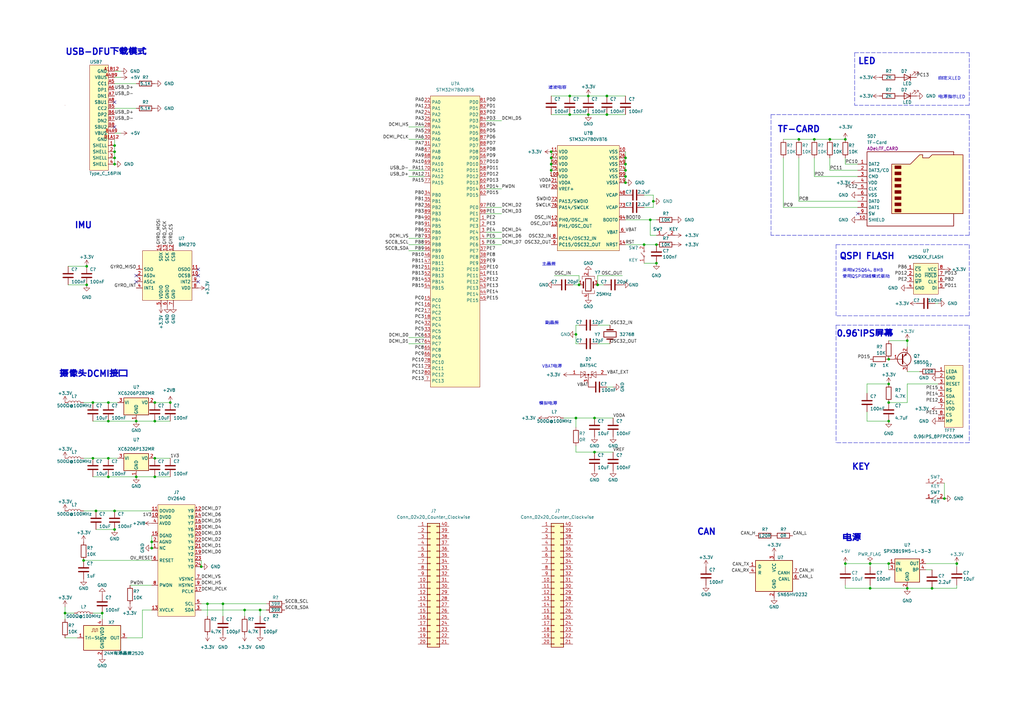
<source format=kicad_sch>
(kicad_sch (version 20211123) (generator eeschema)
  (paper "A3")
  (title_block (date "2023-01-04"))
  (junction (at 256.54 69.85))
  (junction (at 46.99 217.17))
  (junction (at 233.68 39.37))
  (junction (at 327.66 57.15))
  (junction (at 256.54 64.77))
  (junction (at 269.24 107.95))
  (junction (at 38.1 165.1))
  (junction (at 44.45 172.72))
  (junction (at 63.5 195.58))
  (junction (at 106.68 250.19))
  (junction (at 39.37 209.55))
  (junction (at 226.06 69.85))
  (junction (at 226.06 67.31))
  (junction (at 100.33 250.19))
  (junction (at 46.99 62.23))
  (junction (at 364.49 165.1))
  (junction (at 334.01 57.15))
  (junction (at 364.49 172.72))
  (junction (at 63.5 172.72))
  (junction (at 248.92 46.99))
  (junction (at 35.56 109.22))
  (junction (at 63.5 187.96))
  (junction (at 46.99 209.55))
  (junction (at 237.49 116.84))
  (junction (at 267.97 82.55))
  (junction (at 340.36 57.15))
  (junction (at 256.54 72.39))
  (junction (at 269.24 100.33))
  (junction (at 387.35 204.47))
  (junction (at 372.11 241.3))
  (junction (at 46.99 64.77))
  (junction (at 41.91 251.46))
  (junction (at 382.27 241.3))
  (junction (at 62.23 224.79))
  (junction (at 63.5 165.1))
  (junction (at 69.85 165.1))
  (junction (at 356.87 231.14))
  (junction (at 372.11 139.7))
  (junction (at 55.88 172.72))
  (junction (at 46.99 59.69))
  (junction (at 356.87 241.3))
  (junction (at 248.92 39.37))
  (junction (at 245.11 116.84))
  (junction (at 364.49 157.48))
  (junction (at 364.49 147.32))
  (junction (at 44.45 187.96))
  (junction (at 346.71 231.14))
  (junction (at 91.44 247.65))
  (junction (at 26.67 251.46))
  (junction (at 266.7 90.17))
  (junction (at 241.3 39.37))
  (junction (at 236.22 137.16))
  (junction (at 256.54 74.93))
  (junction (at 236.22 171.45))
  (junction (at 55.88 195.58))
  (junction (at 34.29 229.87))
  (junction (at 241.3 46.99))
  (junction (at 256.54 67.31))
  (junction (at 35.56 116.84))
  (junction (at 226.06 62.23))
  (junction (at 392.43 231.14))
  (junction (at 44.45 195.58))
  (junction (at 364.49 231.14))
  (junction (at 85.09 247.65))
  (junction (at 38.1 187.96))
  (junction (at 46.99 67.31))
  (junction (at 62.23 222.25))
  (junction (at 44.45 165.1))
  (junction (at 346.71 57.15))
  (junction (at 243.84 185.42))
  (junction (at 82.55 232.41))
  (junction (at 233.68 46.99))
  (junction (at 264.16 100.33))
  (junction (at 243.84 171.45))
  (junction (at 226.06 64.77))
  (no_connect (at 46.99 52.07))
  (no_connect (at 55.88 113.03))
  (no_connect (at 55.88 115.57))
  (no_connect (at 81.28 110.49))
  (no_connect (at 81.28 115.57))
  (no_connect (at 81.28 113.03))
  (no_connect (at 46.99 41.91))
  (no_connect (at 351.79 87.63))
  (wire (pts (xy 256.54 100.33) (xy 264.16 100.33)))
  (wire (pts (xy 327.66 82.55) (xy 327.66 64.77)))
  (wire (pts (xy 46.99 62.23) (xy 46.99 64.77)))
  (polyline (pts (xy 342.9 133.35) (xy 397.51 133.35)))
  (wire (pts (xy 241.3 39.37) (xy 248.92 39.37)))
  (wire (pts (xy 106.68 250.19) (xy 109.22 250.19)))
  (polyline (pts (xy 397.51 96.52) (xy 316.23 96.52)))
  (wire (pts (xy 106.68 250.19) (xy 106.68 252.73)))
  (wire (pts (xy 44.45 187.96) (xy 48.26 187.96)))
  (wire (pts (xy 379.73 231.14) (xy 392.43 231.14)))
  (wire (pts (xy 264.16 80.01) (xy 267.97 80.01)))
  (wire (pts (xy 236.22 171.45) (xy 236.22 175.26)))
  (wire (pts (xy 226.06 69.85) (xy 226.06 72.39)))
  (wire (pts (xy 237.49 140.97) (xy 236.22 140.97)))
  (wire (pts (xy 267.97 80.01) (xy 267.97 82.55)))
  (polyline (pts (xy 342.9 100.33) (xy 397.51 100.33)))
  (wire (pts (xy 167.64 97.79) (xy 173.99 97.79)))
  (wire (pts (xy 46.99 64.77) (xy 46.99 67.31)))
  (wire (pts (xy 356.87 240.03) (xy 356.87 241.3)))
  (wire (pts (xy 256.54 69.85) (xy 256.54 72.39)))
  (wire (pts (xy 356.87 241.3) (xy 372.11 241.3)))
  (polyline (pts (xy 397.51 129.54) (xy 342.9 129.54)))
  (wire (pts (xy 44.45 195.58) (xy 55.88 195.58)))
  (wire (pts (xy 49.53 54.61) (xy 46.99 54.61)))
  (polyline (pts (xy 316.23 46.99) (xy 316.23 96.52)))
  (wire (pts (xy 346.71 241.3) (xy 346.71 240.03)))
  (wire (pts (xy 38.1 165.1) (xy 44.45 165.1)))
  (wire (pts (xy 167.64 69.85) (xy 173.99 69.85)))
  (wire (pts (xy 91.44 247.65) (xy 91.44 252.73)))
  (wire (pts (xy 26.67 251.46) (xy 26.67 248.92)))
  (wire (pts (xy 372.11 139.7) (xy 372.11 142.24)))
  (polyline (pts (xy 350.52 21.59) (xy 397.51 21.59)))
  (polyline (pts (xy 397.51 133.35) (xy 397.51 181.61)))
  (wire (pts (xy 392.43 232.41) (xy 392.43 231.14)))
  (wire (pts (xy 236.22 133.35) (xy 236.22 137.16)))
  (wire (pts (xy 199.39 97.79) (xy 205.74 97.79)))
  (wire (pts (xy 245.11 133.35) (xy 250.19 133.35)))
  (wire (pts (xy 85.09 252.73) (xy 85.09 247.65)))
  (wire (pts (xy 372.11 152.4) (xy 377.19 152.4)))
  (wire (pts (xy 85.09 247.65) (xy 91.44 247.65)))
  (wire (pts (xy 46.99 209.55) (xy 62.23 209.55)))
  (wire (pts (xy 264.16 107.95) (xy 269.24 107.95)))
  (wire (pts (xy 355.6 157.48) (xy 355.6 161.29)))
  (wire (pts (xy 356.87 231.14) (xy 364.49 231.14)))
  (wire (pts (xy 256.54 64.77) (xy 256.54 67.31)))
  (wire (pts (xy 248.92 39.37) (xy 256.54 39.37)))
  (wire (pts (xy 248.92 46.99) (xy 256.54 46.99)))
  (wire (pts (xy 49.53 31.75) (xy 46.99 31.75)))
  (wire (pts (xy 226.06 39.37) (xy 233.68 39.37)))
  (wire (pts (xy 226.06 64.77) (xy 226.06 67.31)))
  (wire (pts (xy 199.39 49.53) (xy 205.74 49.53)))
  (wire (pts (xy 199.39 85.09) (xy 205.74 85.09)))
  (wire (pts (xy 41.91 251.46) (xy 41.91 254)))
  (wire (pts (xy 100.33 250.19) (xy 106.68 250.19)))
  (wire (pts (xy 340.36 69.85) (xy 340.36 64.77)))
  (wire (pts (xy 26.67 261.62) (xy 31.75 261.62)))
  (wire (pts (xy 364.49 231.14) (xy 364.49 233.68)))
  (wire (pts (xy 44.45 172.72) (xy 55.88 172.72)))
  (wire (pts (xy 52.07 261.62) (xy 58.42 261.62)))
  (wire (pts (xy 167.64 72.39) (xy 173.99 72.39)))
  (wire (pts (xy 55.88 172.72) (xy 63.5 172.72)))
  (wire (pts (xy 236.22 182.88) (xy 236.22 185.42)))
  (wire (pts (xy 233.68 46.99) (xy 241.3 46.99)))
  (wire (pts (xy 334.01 57.15) (xy 340.36 57.15)))
  (wire (pts (xy 46.99 44.45) (xy 55.88 44.45)))
  (wire (pts (xy 266.7 90.17) (xy 266.7 96.52)))
  (wire (pts (xy 199.39 77.47) (xy 205.74 77.47)))
  (wire (pts (xy 27.94 116.84) (xy 35.56 116.84)))
  (wire (pts (xy 167.64 138.43) (xy 173.99 138.43)))
  (wire (pts (xy 351.79 82.55) (xy 327.66 82.55)))
  (wire (pts (xy 62.23 219.71) (xy 62.23 222.25)))
  (polyline (pts (xy 397.51 100.33) (xy 397.51 129.54)))
  (wire (pts (xy 226.06 67.31) (xy 226.06 69.85)))
  (wire (pts (xy 82.55 247.65) (xy 85.09 247.65)))
  (wire (pts (xy 49.53 29.21) (xy 46.99 29.21)))
  (wire (pts (xy 236.22 171.45) (xy 243.84 171.45)))
  (wire (pts (xy 63.5 172.72) (xy 69.85 172.72)))
  (wire (pts (xy 100.33 250.19) (xy 100.33 252.73)))
  (wire (pts (xy 364.49 172.72) (xy 355.6 172.72)))
  (wire (pts (xy 321.31 85.09) (xy 321.31 64.77)))
  (wire (pts (xy 167.64 102.87) (xy 173.99 102.87)))
  (wire (pts (xy 46.99 34.29) (xy 55.88 34.29)))
  (wire (pts (xy 245.11 116.84) (xy 247.65 116.84)))
  (wire (pts (xy 63.5 187.96) (xy 69.85 187.96)))
  (wire (pts (xy 248.92 158.75) (xy 251.46 158.75)))
  (wire (pts (xy 167.64 100.33) (xy 173.99 100.33)))
  (wire (pts (xy 346.71 67.31) (xy 346.71 64.77)))
  (wire (pts (xy 82.55 250.19) (xy 100.33 250.19)))
  (wire (pts (xy 236.22 137.16) (xy 236.22 140.97)))
  (wire (pts (xy 233.68 39.37) (xy 241.3 39.37)))
  (wire (pts (xy 392.43 240.03) (xy 392.43 241.3)))
  (wire (pts (xy 266.7 90.17) (xy 269.24 90.17)))
  (wire (pts (xy 243.84 185.42) (xy 251.46 185.42)))
  (wire (pts (xy 334.01 72.39) (xy 334.01 64.77)))
  (wire (pts (xy 356.87 232.41) (xy 356.87 231.14)))
  (polyline (pts (xy 342.9 100.33) (xy 342.9 129.54)))
  (wire (pts (xy 55.88 195.58) (xy 63.5 195.58)))
  (wire (pts (xy 372.11 241.3) (xy 382.27 241.3)))
  (wire (pts (xy 245.11 116.84) (xy 245.11 113.03)))
  (wire (pts (xy 38.1 195.58) (xy 44.45 195.58)))
  (wire (pts (xy 387.35 198.12) (xy 387.35 204.47)))
  (wire (pts (xy 27.94 109.22) (xy 35.56 109.22)))
  (wire (pts (xy 267.97 85.09) (xy 267.97 82.55)))
  (wire (pts (xy 26.67 251.46) (xy 26.67 254)))
  (wire (pts (xy 39.37 209.55) (xy 46.99 209.55)))
  (wire (pts (xy 167.64 52.07) (xy 173.99 52.07)))
  (wire (pts (xy 237.49 116.84) (xy 237.49 113.03)))
  (wire (pts (xy 199.39 100.33) (xy 205.74 100.33)))
  (wire (pts (xy 63.5 195.58) (xy 69.85 195.58)))
  (wire (pts (xy 372.11 165.1) (xy 364.49 165.1)))
  (wire (pts (xy 167.64 57.15) (xy 173.99 57.15)))
  (wire (pts (xy 351.79 67.31) (xy 346.71 67.31)))
  (wire (pts (xy 44.45 165.1) (xy 48.26 165.1)))
  (wire (pts (xy 236.22 185.42) (xy 243.84 185.42)))
  (wire (pts (xy 227.33 113.03) (xy 237.49 113.03)))
  (wire (pts (xy 34.29 165.1) (xy 38.1 165.1)))
  (wire (pts (xy 256.54 62.23) (xy 256.54 64.77)))
  (wire (pts (xy 34.29 187.96) (xy 38.1 187.96)))
  (wire (pts (xy 264.16 100.33) (xy 269.24 100.33)))
  (wire (pts (xy 321.31 57.15) (xy 327.66 57.15)))
  (wire (pts (xy 383.54 124.46) (xy 384.81 124.46)))
  (wire (pts (xy 384.81 157.48) (xy 372.11 157.48)))
  (wire (pts (xy 382.27 241.3) (xy 392.43 241.3)))
  (wire (pts (xy 237.49 133.35) (xy 236.22 133.35)))
  (wire (pts (xy 256.54 90.17) (xy 266.7 90.17)))
  (wire (pts (xy 243.84 171.45) (xy 251.46 171.45)))
  (wire (pts (xy 351.79 69.85) (xy 340.36 69.85)))
  (wire (pts (xy 46.99 59.69) (xy 46.99 62.23)))
  (wire (pts (xy 340.36 57.15) (xy 346.71 57.15)))
  (wire (pts (xy 234.95 116.84) (xy 237.49 116.84)))
  (wire (pts (xy 167.64 140.97) (xy 173.99 140.97)))
  (wire (pts (xy 199.39 87.63) (xy 205.74 87.63)))
  (wire (pts (xy 38.1 172.72) (xy 44.45 172.72)))
  (wire (pts (xy 256.54 67.31) (xy 256.54 69.85)))
  (wire (pts (xy 241.3 46.99) (xy 248.92 46.99)))
  (polyline (pts (xy 397.51 43.18) (xy 350.52 43.18)))
  (wire (pts (xy 58.42 261.62) (xy 58.42 250.19)))
  (wire (pts (xy 62.23 222.25) (xy 62.23 224.79)))
  (wire (pts (xy 39.37 217.17) (xy 46.99 217.17)))
  (wire (pts (xy 199.39 95.25) (xy 205.74 95.25)))
  (wire (pts (xy 364.49 157.48) (xy 355.6 157.48)))
  (wire (pts (xy 266.7 96.52) (xy 269.24 96.52)))
  (wire (pts (xy 346.71 232.41) (xy 346.71 231.14)))
  (wire (pts (xy 379.73 233.68) (xy 382.27 233.68)))
  (polyline (pts (xy 397.51 181.61) (xy 342.9 181.61)))
  (wire (pts (xy 34.29 209.55) (xy 39.37 209.55)))
  (wire (pts (xy 231.14 171.45) (xy 236.22 171.45)))
  (polyline (pts (xy 397.51 21.59) (xy 397.51 43.18)))
  (wire (pts (xy 30.48 251.46) (xy 26.67 251.46)))
  (wire (pts (xy 364.49 139.7) (xy 372.11 139.7)))
  (polyline (pts (xy 397.51 46.99) (xy 397.51 96.52)))
  (wire (pts (xy 346.71 231.14) (xy 356.87 231.14)))
  (wire (pts (xy 245.11 140.97) (xy 250.19 140.97)))
  (wire (pts (xy 46.99 57.15) (xy 46.99 59.69)))
  (wire (pts (xy 327.66 57.15) (xy 334.01 57.15)))
  (wire (pts (xy 351.79 85.09) (xy 321.31 85.09)))
  (wire (pts (xy 38.1 251.46) (xy 41.91 251.46)))
  (wire (pts (xy 38.1 187.96) (xy 44.45 187.96)))
  (polyline (pts (xy 350.52 21.59) (xy 350.52 43.18)))
  (wire (pts (xy 355.6 172.72) (xy 355.6 168.91)))
  (wire (pts (xy 63.5 165.1) (xy 69.85 165.1)))
  (wire (pts (xy 58.42 250.19) (xy 62.23 250.19)))
  (wire (pts (xy 226.06 62.23) (xy 226.06 64.77)))
  (wire (pts (xy 356.87 241.3) (xy 346.71 241.3)))
  (polyline (pts (xy 316.23 46.99) (xy 397.51 46.99)))
  (wire (pts (xy 226.06 46.99) (xy 233.68 46.99)))
  (wire (pts (xy 334.01 72.39) (xy 351.79 72.39)))
  (wire (pts (xy 34.29 229.87) (xy 62.23 229.87)))
  (wire (pts (xy 245.11 113.03) (xy 255.27 113.03)))
  (wire (pts (xy 372.11 157.48) (xy 372.11 165.1)))
  (wire (pts (xy 82.55 229.87) (xy 82.55 232.41)))
  (wire (pts (xy 53.34 240.03) (xy 62.23 240.03)))
  (wire (pts (xy 256.54 72.39) (xy 256.54 74.93)))
  (wire (pts (xy 264.16 85.09) (xy 267.97 85.09)))
  (polyline (pts (xy 342.9 133.35) (xy 342.9 181.61)))
  (wire (pts (xy 91.44 247.65) (xy 109.22 247.65)))
  (text "QSPI FLASH" (at 344.17 106.68 0) (effects (font (size 2.54 2.54) (thickness 0.508) bold) (justify left bottom)))
  (text "采用W25Q64，8MB" (at 345.44 111.76 0) (effects (font (size 1.27 1.27)) (justify left bottom)))
  (text "使用QSPI四线模式驱动" (at 345.44 114.3 0) (effects (font (size 1.27 1.27)) (justify left bottom)))
  (text "摄像头DCMI接口" (at 24.13 154.94 0) (effects (font (size 2.54 2.54) (thickness 0.508) bold) (justify left bottom)))
  (text "模拟电源" (at 220.98 166.37 0) (effects (font (size 1.27 1.27)) (justify left bottom)))
  (text "IMU" (at 30.48 93.98 0) (effects (font (size 2.54 2.54) (thickness 0.508) bold) (justify left bottom)))
  (text "滤波电容" (at 224.79 36.83 0) (effects (font (size 1.27 1.27)) (justify left bottom)))
  (text "VBAT电源" (at 222.25 151.13 0) (effects (font (size 1.27 1.27)) (justify left bottom)))
  (text "0.96`IPS屏幕" (at 342.9 138.43 0) (effects (font (size 2.54 2.54) (thickness 0.508) bold) (justify left bottom)))
  (text "自定义LED" (at 384.81 33.02 0) (effects (font (size 1.27 1.27)) (justify left bottom)))
  (text "CAN" (at 285.75 219.71 0) (effects (font (size 2.54 2.54) bold) (justify left bottom)))
  (text "KEY" (at 349.25 193.04 0) (effects (font (size 2.54 2.54) (thickness 0.508) bold) (justify left bottom)))
  (text "电源" (at 345.44 222.25 0) (effects (font (size 2.54 2.54) bold) (justify left bottom)))
  (text "USB-DFU下载模式" (at 26.67 22.86 0) (effects (font (size 2.54 2.54) (thickness 0.508) bold) (justify left bottom)))
  (text "电源指示LED" (at 384.81 40.64 0) (effects (font (size 1.27 1.27)) (justify left bottom)))
  (text "副晶振" (at 223.52 133.35 0) (effects (font (size 1.27 1.27)) (justify left bottom)))
  (text "TF-CARD" (at 318.77 54.61 0) (effects (font (size 2.54 2.54) (thickness 0.508) bold) (justify left bottom)))
  (text "LED" (at 351.79 26.67 0) (effects (font (size 2.54 2.54) (thickness 0.508) bold) (justify left bottom)))
  (text "主晶振" (at 222.25 109.22 0) (effects (font (size 1.27 1.27)) (justify left bottom)))
  (label "RST" (at 256.54 100.33 0))
  (label "PC11" (at 173.99 151.13 180))
  (label "CAN_TX" (at 307.34 232.41 180))
  (label "PD13" (at 387.35 113.03 0))
  (label "PD4" (at 199.39 52.07 0))
  (label "PB4" (at 173.99 90.17 180))
  (label "OSC32_IN" (at 250.19 133.35 0))
  (label "PB3" (at 173.99 87.63 180))
  (label "GYRO_MOSI" (at 66.04 100.33 90))
  (label "PC13" (at 173.99 156.21 180))
  (label "PE2" (at 372.11 115.57 180))
  (label "PC13" (at 375.92 31.75 0))
  (label "PE12" (at 384.81 165.1 180))
  (label "DCMI_D6" (at 205.74 97.79 0))
  (label "VBAT_EXT" (at 248.92 153.67 0))
  (label "OSC32_OUT" (at 226.06 100.33 180))
  (label "1V3" (at 69.85 187.96 0))
  (label "PD9" (at 199.39 64.77 0))
  (label "GYRO_INT" (at 55.88 118.11 180))
  (label "PD12" (at 372.11 113.03 180))
  (label "DCMI_D7" (at 205.74 100.33 0))
  (label "DCMI_D0" (at 82.55 227.33 0))
  (label "PD12" (at 199.39 72.39 0))
  (label "PA4" (at 173.99 52.07 180))
  (label "PE15" (at 384.81 160.02 180))
  (label "DCMI_D3" (at 82.55 219.71 0))
  (label "PC12" (at 351.79 77.47 180))
  (label "PB7" (at 173.99 97.79 180))
  (label "PC4" (at 173.99 133.35 180))
  (label "PB1" (at 173.99 82.55 180))
  (label "PE12" (at 199.39 115.57 0))
  (label "PA11" (at 173.99 69.85 180))
  (label "SCCB_SCL" (at 116.84 247.65 0))
  (label "CAN_L" (at 327.66 237.49 0))
  (label "PE2" (at 199.39 90.17 0))
  (label "DCMI_HS" (at 82.55 240.03 0))
  (label "USB_D+" (at 46.99 46.99 0))
  (label "PB14" (at 173.99 115.57 180))
  (label "PA15" (at 173.99 74.93 180))
  (label "PA3" (at 173.99 49.53 180))
  (label "VDDA" (at 251.46 171.45 0))
  (label "CAN_RX" (at 307.34 234.95 180))
  (label "DCMI_D4" (at 205.74 95.25 0))
  (label "PA5" (at 173.99 54.61 180))
  (label "PD10" (at 199.39 67.31 0))
  (label "SCCB_SDA" (at 116.84 250.19 0))
  (label "VDDA" (at 226.06 74.93 180))
  (label "PA10" (at 173.99 67.31 180))
  (label "PD11" (at 199.39 69.85 0))
  (label "DCMI_VS" (at 82.55 237.49 0))
  (label "USB_D-" (at 46.99 39.37 0))
  (label "USB_D+" (at 167.64 72.39 180))
  (label "PC11" (at 340.36 69.85 0))
  (label "PD2" (at 199.39 46.99 0))
  (label "PE0" (at 199.39 85.09 0))
  (label "DCMI_D1" (at 82.55 224.79 0))
  (label "DCMI_VS" (at 167.64 97.79 180))
  (label "DCMI_PCLK" (at 167.64 57.15 180))
  (label "PD8" (at 199.39 62.23 0))
  (label "PE1" (at 199.39 87.63 0))
  (label "OSC32_OUT" (at 250.19 140.97 0))
  (label "PA7" (at 173.99 59.69 180))
  (label "PC8" (at 173.99 143.51 180))
  (label "PB6" (at 372.11 110.49 180))
  (label "PA2" (at 173.99 46.99 180))
  (label "PD3" (at 199.39 49.53 0))
  (label "PC6" (at 173.99 138.43 180))
  (label "DCMI_D7" (at 82.55 209.55 0))
  (label "PC0" (at 173.99 123.19 180))
  (label "DCMI_HS" (at 167.64 52.07 180))
  (label "PB8" (at 173.99 100.33 180))
  (label "DCMI_D1" (at 167.64 140.97 180))
  (label "DCMI_D2" (at 82.55 222.25 0))
  (label "SCCB_SDA" (at 167.64 102.87 180))
  (label "PC10" (at 173.99 148.59 180))
  (label "USB_D-" (at 46.99 49.53 0))
  (label "CAN_L" (at 325.12 219.71 0))
  (label "SWDIO" (at 226.06 82.55 180))
  (label "PE4" (at 199.39 95.25 0))
  (label "PB2" (at 387.35 115.57 0))
  (label "GYRO_CS" (at 71.12 100.33 90))
  (label "VBAT" (at 241.3 158.75 180))
  (label "OSC_IN" (at 227.33 113.03 0))
  (label "USB_D+" (at 46.99 36.83 0))
  (label "PC8" (at 327.66 82.55 0))
  (label "PA6" (at 173.99 57.15 180))
  (label "PD15" (at 356.87 147.32 180))
  (label "PD0" (at 199.39 41.91 0))
  (label "PB2" (at 173.99 85.09 180))
  (label "PC1" (at 173.99 125.73 180))
  (label "PD11" (at 387.35 118.11 0))
  (label "PD2" (at 334.01 72.39 0))
  (label "SWCLK" (at 226.06 85.09 180))
  (label "PD13" (at 199.39 74.93 0))
  (label "PD5" (at 199.39 54.61 0))
  (label "PE11" (at 384.81 170.18 180))
  (label "PA8" (at 173.99 62.23 180))
  (label "PC10" (at 346.71 67.31 0))
  (label "PA1" (at 173.99 44.45 180))
  (label "PC2" (at 173.99 128.27 180))
  (label "PD15" (at 199.39 80.01 0))
  (label "PE14" (at 199.39 120.65 0))
  (label "DCMI_D2" (at 205.74 85.09 0))
  (label "DCMI_D6" (at 82.55 212.09 0))
  (label "PB5" (at 173.99 92.71 180))
  (label "OSC_OUT" (at 226.06 92.71 180))
  (label "OSC32_IN" (at 226.06 97.79 180))
  (label "CAN_H" (at 327.66 234.95 0))
  (label "PB15" (at 173.99 118.11 180))
  (label "PE9" (at 199.39 107.95 0))
  (label "USB_D-" (at 167.64 69.85 180))
  (label "PD7" (at 199.39 59.69 0))
  (label "OSC_OUT" (at 255.27 113.03 180))
  (label "PB10" (at 173.99 105.41 180))
  (label "PD1" (at 199.39 44.45 0))
  (label "PE11" (at 199.39 113.03 0))
  (label "PE6" (at 199.39 100.33 0))
  (label "PB0" (at 173.99 80.01 180))
  (label "DCMI_PCLK" (at 82.55 242.57 0))
  (label "PB11" (at 173.99 107.95 180))
  (label "PA0" (at 173.99 41.91 180))
  (label "VREF" (at 251.46 185.42 0))
  (label "VBAT" (at 256.54 95.25 0))
  (label "SCCB_SCL" (at 167.64 100.33 180))
  (label "PC9" (at 173.99 146.05 180))
  (label "PD6" (at 199.39 57.15 0))
  (label "DCMI_D4" (at 82.55 217.17 0))
  (label "PD14" (at 199.39 77.47 0))
  (label "PC12" (at 173.99 153.67 180))
  (label "PC9" (at 321.31 85.09 0))
  (label "OV_RESET" (at 53.34 229.87 0))
  (label "CAN_H" (at 309.88 219.71 180))
  (label "PA9" (at 173.99 64.77 180))
  (label "PB13" (at 173.99 113.03 180))
  (label "PE14" (at 384.81 162.56 180))
  (label "PC3" (at 173.99 130.81 180))
  (label "GYRO_SCK" (at 68.58 100.33 90))
  (label "PB12" (at 173.99 110.49 180))
  (label "PB6" (at 173.99 95.25 180))
  (label "VREF" (at 226.06 77.47 180))
  (label "PE10" (at 199.39 110.49 0))
  (label "PE7" (at 199.39 102.87 0))
  (label "PC5" (at 173.99 135.89 180))
  (label "DCMI_D5" (at 82.55 214.63 0))
  (label "GYRO_MISO" (at 55.88 110.49 180))
  (label "DCMI_D3" (at 205.74 87.63 0))
  (label "OSC_IN" (at 226.06 90.17 180))
  (label "PWDN" (at 205.74 77.47 0))
  (label "PA12" (at 173.99 72.39 180))
  (label "PE3" (at 199.39 92.71 0))
  (label "PE13" (at 199.39 118.11 0))
  (label "PE5" (at 199.39 97.79 0))
  (label "PB9" (at 173.99 102.87 180))
  (label "PE15" (at 199.39 123.19 0))
  (label "PE8" (at 199.39 105.41 0))
  (label "1V3" (at 62.23 212.09 180))
  (label "DCMI_D0" (at 167.64 138.43 180))
  (label "PC7" (at 173.99 140.97 180))
  (label "PWDN" (at 53.34 240.03 0))
  (label "BOOT0" (at 256.54 90.17 0))
  (label "DCMI_D5" (at 205.74 49.53 0))
  (symbol (lib_id "Device:R") (at 273.05 90.17 270) (unit 1)
    (property "Reference" "R?" (at 273.05 87.63 90))
    (property "Value" "10K" (at 273.05 90.17 90))
  )
  (symbol (lib_id "power:+3.3V") (at 364.49 157.48 0) (unit 1)
    (property "Reference" "#PWR?" (effects hide))
    (property "Value" "+3.3V" (at 364.49 153.67 0))
  )
  (symbol (lib_id "Device:R") (at 346.71 60.96 0) (unit 1)
    (property "Reference" "R?" (at 347.98 59.69 0) (effects (justify left)))
    (property "Value" "10K" (at 347.98 62.23 0) (effects (justify left)))
  )
  (symbol (lib_id "Device:R") (at 313.69 219.71 90) (unit 1)
    (property "Reference" "R?" (at 313.69 217.17 90))
    (property "Value" "120R" (at 313.69 219.71 90))
    (property "Footprint" "Resistor_SMD:R_0603_1608Metric_Pad0.98x0.95mm_HandSolder" (effects hide))
  )
  (symbol (lib_id "power:GND") (at 227.33 116.84 270) (unit 1)
    (property "Reference" "#PWR?" (effects hide))
    (property "Value" "GND" (at 220.98 116.84 90) (effects (justify left)))
  )
  (symbol (lib_id "Device:L") (at 30.48 187.96 90) (unit 1)
    (property "Reference" "L?" (at 30.48 185.42 90))
    (property "Value" "500Ω@100MHz" (at 30.48 189.23 90))
  )
  (symbol (lib_id "power:+2V8") (at 69.85 165.1 0) (unit 1)
    (property "Reference" "#PWR?" (effects hide))
    (property "Value" "+2V8" (at 66.675 160.02 0) (effects (justify left)))
  )
  (symbol (lib_id "power:GND") (at 384.81 154.94 270) (unit 1)
    (property "Reference" "#PWR?" (effects hide))
    (property "Value" "GND" (at 381 154.9399 90) (effects (justify right)))
  )
  (symbol (lib_id "power:+3.3V") (at 346.71 57.15 0) (unit 1)
    (property "Reference" "#PWR?" (effects hide))
    (property "Value" "+3.3V" (at 346.71 52.07 0))
  )
  (symbol (lib_id "power:+3.3V") (at 35.56 109.22 0) (unit 1)
    (property "Reference" "#PWR?" (effects hide))
    (property "Value" "+3.3V" (at 35.56 105.41 0))
  )
  (symbol (lib_id "Device:LED") (at 372.11 39.37 180) (unit 1)
    (property "Reference" "D?" (at 370.84 36.83 0))
    (property "Value" "LED" (at 372.11 41.91 0))
  )
  (symbol (lib_id "power:+2V8") (at 62.23 214.63 90) (unit 1)
    (property "Reference" "#PWR?" (effects hide))
    (property "Value" "+2V8" (at 59.69 214.63 90) (effects (justify left)))
  )
  (symbol (lib_id "Device:C") (at 44.45 168.91 0) (unit 1)
    (property "Reference" "C?" (at 45.72 166.37 0) (effects (justify left)))
    (property "Value" "100nF" (at 45.72 171.45 0) (effects (justify left)))
  )
  (symbol (lib_id "Device:R") (at 59.69 34.29 90) (unit 1)
    (property "Reference" "R?" (at 59.69 31.75 90))
    (property "Value" "5.1K" (at 59.69 34.29 90))
  )
  (symbol (lib_id "Device:R") (at 381 152.4 90) (unit 1)
    (property "Reference" "R?" (at 381 149.86 90))
    (property "Value" "10R" (at 381 152.4 90))
  )
  (symbol (lib_id "Device:C") (at 39.37 213.36 0) (unit 1)
    (property "Reference" "C?" (at 40.64 210.82 0) (effects (justify left)))
    (property "Value" "10uF" (at 40.64 215.9 0) (effects (justify left)))
  )
  (symbol (lib_id "Device:C") (at 233.68 43.18 0) (unit 1)
    (property "Reference" "C?" (at 234.95 40.64 0) (effects (justify left)))
    (property "Value" "100nF" (at 234.95 45.72 0) (effects (justify left)))
  )
  (symbol (lib_id "Interface_CAN_LIN:SN65HVD232") (at 317.5 234.95 0) (unit 1)
    (property "Reference" "U?" (at 318.77 228.6 0) (effects (justify left)))
    (property "Value" "SN65HVD232" (at 318.77 243.84 0) (effects (justify left)))
    (property "Footprint" "Package_SO:SOIC-8_3.9x4.9mm_P1.27mm" (effects hide))
    (property "Datasheet" "http://www.ti.com/lit/ds/symlink/sn65hvd230.pdf" (effects hide))
  )
  (symbol (lib_id "power:GND") (at 384.81 124.46 90) (unit 1)
    (property "Reference" "#PWR?" (effects hide))
    (property "Value" "GND" (at 388.62 124.46 90) (effects (justify right)))
  )
  (symbol (lib_id "power:GND") (at 243.84 193.04 0) (unit 1)
    (property "Reference" "#PWR?" (effects hide))
    (property "Value" "GND" (at 243.84 196.85 0))
  )
  (symbol (lib_id "power:GND") (at 241.3 46.99 0) (unit 1)
    (property "Reference" "#PWR?" (effects hide))
    (property "Value" "GND" (at 241.3 50.8 0))
  )
  (symbol (lib_id "power:GND") (at 351.79 80.01 270) (unit 1)
    (property "Reference" "#PWR?" (effects hide))
    (property "Value" "GND" (at 347.98 80.01 90) (effects (justify right)))
  )
  (symbol (lib_id "power:+3.3V") (at 226.06 62.23 90) (unit 1)
    (property "Reference" "#PWR?" (effects hide))
    (property "Value" "+3.3V" (at 222.25 62.2299 90) (effects (justify left)))
  )
  (symbol (lib_id "Device:L") (at 30.48 165.1 90) (unit 1)
    (property "Reference" "L?" (at 30.48 162.56 90))
    (property "Value" "500Ω@100MHz" (at 30.48 166.37 90))
  )
  (symbol (lib_id "power:+3.3V") (at 223.52 171.45 90) (unit 1)
    (property "Reference" "#PWR?" (effects hide))
    (property "Value" "+3.3V" (at 219.71 171.4499 90) (effects (justify left)))
  )
  (symbol (lib_id "Device:C") (at 241.3 43.18 0) (unit 1)
    (property "Reference" "C?" (at 242.57 40.64 0) (effects (justify left)))
    (property "Value" "100nF" (at 242.57 45.72 0) (effects (justify left)))
  )
  (symbol (lib_id "Regulator_Linear:XC6206PxxxMR") (at 55.88 165.1 0) (unit 1)
    (property "Reference" "U?" (at 55.88 158.75 0))
    (property "Value" "XC6206P282MR" (at 55.88 161.29 0))
    (property "Footprint" "Package_TO_SOT_SMD:SOT-23" (effects hide))
    (property "Datasheet" "https://www.torexsemi.com/file/xc6206/XC6206.pdf" (effects hide))
  )
  (symbol (lib_id "power:+3.3V") (at 276.86 100.33 270) (unit 1)
    (property "Reference" "#PWR?" (effects hide))
    (property "Value" "+3.3V" (at 280.67 100.3299 90) (effects (justify left)))
  )
  (symbol (lib_id "Device:R") (at 34.29 226.06 0) (unit 1)
    (property "Reference" "R?" (at 35.56 224.79 0) (effects (justify left)))
    (property "Value" "10K" (at 35.56 227.33 0) (effects (justify left)))
  )
  (symbol (lib_id "Device:L") (at 227.33 171.45 90) (unit 1)
    (property "Reference" "L?" (at 227.33 168.91 90))
    (property "Value" "500Ω@100MHz" (at 227.33 172.72 90))
  )
  (symbol (lib_id "power:+3.3V") (at 100.33 260.35 180) (unit 1)
    (property "Reference" "#PWR?" (effects hide))
    (property "Value" "+3.3V" (at 100.33 265.43 0))
  )
  (symbol (lib_id "Device:Q_PNP_BEC") (at 369.57 147.32 0) (mirror x) (unit 1)
    (property "Reference" "Q?" (at 374.65 146.0499 0) (effects (justify left)))
    (property "Value" "S8550" (at 374.65 148.5899 0) (effects (justify left)))
    (property "Footprint" "Package_TO_SOT_SMD:SOT-23" (effects hide))
  )
  (symbol (lib_id "power:GND") (at 63.5 44.45 90) (unit 1)
    (property "Reference" "#PWR?" (effects hide))
    (property "Value" "GND" (at 67.31 44.4499 90) (effects (justify right)))
  )
  (symbol (lib_id "Device:R") (at 321.31 60.96 0) (unit 1)
    (property "Reference" "R?" (at 322.58 59.69 0) (effects (justify left)))
    (property "Value" "10K" (at 322.58 62.23 0) (effects (justify left)))
  )
  (symbol (lib_id "power:GND") (at 106.68 260.35 0) (unit 1)
    (property "Reference" "#PWR?" (effects hide))
    (property "Value" "GND" (at 106.68 265.43 0))
  )
  (symbol (lib_id "Device:C") (at 243.84 175.26 0) (unit 1)
    (property "Reference" "C?" (at 245.11 172.72 0) (effects (justify left)))
    (property "Value" "10uF" (at 245.11 177.8 0) (effects (justify left)))
  )
  (symbol (lib_id "Device:R") (at 85.09 256.54 0) (unit 1)
    (property "Reference" "R?" (at 86.36 254 0) (effects (justify left)))
    (property "Value" "4.7K" (at 86.36 259.08 0) (effects (justify left)))
  )
  (symbol (lib_id "power:+3.3V") (at 26.67 248.92 0) (unit 1)
    (property "Reference" "#PWR?" (effects hide))
    (property "Value" "+3.3V" (at 26.67 245.11 0))
  )
  (symbol (lib_id "power:GND") (at 384.81 172.72 270) (unit 1)
    (property "Reference" "#PWR?" (effects hide))
    (property "Value" "GND" (at 381 172.7199 90) (effects (justify right)))
  )
  (symbol (lib_id "Device:R") (at 59.69 44.45 90) (unit 1)
    (property "Reference" "R?" (at 59.69 41.91 90))
    (property "Value" "5.1K" (at 59.69 44.45 90))
  )
  (symbol (lib_id "Device:C") (at 69.85 168.91 0) (unit 1)
    (property "Reference" "C?" (at 71.12 166.37 0) (effects (justify left)))
    (property "Value" "100nF" (at 71.12 171.45 0) (effects (justify left)))
  )
  (symbol (lib_id "power:GND") (at 35.56 116.84 0) (unit 1)
    (property "Reference" "#PWR?" (effects hide))
    (property "Value" "GND" (at 35.56 121.92 0))
  )
  (symbol (lib_id "Device:C") (at 35.56 113.03 0) (unit 1)
    (property "Reference" "C?" (at 36.83 110.49 0) (effects (justify left)))
    (property "Value" "100nF" (at 36.83 115.57 0) (effects (justify left)))
  )
  (symbol (lib_id "Device:Crystal") (at 250.19 137.16 90) (unit 1)
    (property "Reference" "Y?" (at 243.84 137.16 90) (effects (justify right)))
    (property "Value" "32768" (at 254 137.16 90) (effects (justify right)))
  )
  (symbol (lib_id "power:+3.3V") (at 392.43 231.14 0) (unit 1)
    (property "Reference" "#PWR?" (effects hide))
    (property "Value" "+3.3V" (at 392.43 227.33 0))
  )
  (symbol (lib_id "power:GND") (at 317.5 245.11 0) (unit 1)
    (property "Reference" "#PWR?" (effects hide))
    (property "Value" "GND" (at 317.5 248.92 0))
  )
  (symbol (lib_id "ADel:KEY") (at 382.27 204.47 0) (unit 1)
    (property "Reference" "SW?" (at 383.54 201.93 0))
    (property "Value" "KEY" (at 383.54 205.74 0))
  )
  (symbol (lib_id "Device:R") (at 321.31 219.71 90) (unit 1)
    (property "Reference" "R?" (at 321.31 217.17 90))
    (property "Value" "0R" (at 321.31 219.71 90))
    (property "Footprint" "Resistor_SMD:R_0402_1005Metric" (effects hide))
  )
  (symbol (lib_id "power:GND") (at 41.91 243.84 180) (unit 1)
    (property "Reference" "#PWR?" (effects hide))
    (property "Value" "GND" (at 41.91 240.03 0))
  )
  (symbol (lib_id "power:GND") (at 375.92 39.37 90) (unit 1)
    (property "Reference" "#PWR?" (effects hide))
    (property "Value" "GND" (at 379.73 39.37 90) (effects (justify right)))
  )
  (symbol (lib_id "Device:C") (at 243.84 189.23 0) (unit 1)
    (property "Reference" "C?" (at 245.11 186.69 0) (effects (justify left)))
    (property "Value" "10uF" (at 245.11 191.77 0) (effects (justify left)))
  )
  (symbol (lib_id "Device:R") (at 364.49 31.75 90) (unit 1)
    (property "Reference" "R?" (at 364.49 29.21 90))
    (property "Value" "2K" (at 364.49 31.75 90))
  )
  (symbol (lib_id "Device:C") (at 34.29 233.68 0) (unit 1)
    (property "Reference" "C?" (at 35.56 231.14 0) (effects (justify left)))
    (property "Value" "1uF" (at 35.56 236.22 0) (effects (justify left)))
  )
  (symbol (lib_id "Device:C") (at 44.45 191.77 0) (unit 1)
    (property "Reference" "C?" (at 45.72 189.23 0) (effects (justify left)))
    (property "Value" "100nF" (at 45.72 194.31 0) (effects (justify left)))
  )
  (symbol (lib_id "power:+3.3V") (at 384.81 167.64 90) (unit 1)
    (property "Reference" "#PWR?" (effects hide))
    (property "Value" "+3.3V" (at 381 167.6399 90) (effects (justify left)))
  )
  (symbol (lib_id "Device:C") (at 251.46 175.26 0) (unit 1)
    (property "Reference" "C?" (at 252.73 172.72 0) (effects (justify left)))
    (property "Value" "100nF" (at 252.73 177.8 0) (effects (justify left)))
  )
  (symbol (lib_id "power:GND") (at 276.86 90.17 90) (unit 1)
    (property "Reference" "#PWR?" (effects hide))
    (property "Value" "GND" (at 280.67 90.1699 90) (effects (justify right)))
  )
  (symbol (lib_id "Device:C") (at 392.43 236.22 0) (unit 1)
    (property "Reference" "C?" (at 394.97 234.95 0) (effects (justify left)))
    (property "Value" "10uF" (at 394.97 237.49 0) (effects (justify left)))
    (property "Footprint" "Capacitor_SMD:C_0603_1608Metric_Pad1.08x0.95mm_HandSolder" (effects hide))
  )
  (symbol (lib_id "Device:C") (at 356.87 236.22 0) (unit 1)
    (property "Reference" "C?" (at 359.41 234.95 0) (effects (justify left)))
    (property "Value" "100nF" (at 359.41 237.49 0) (effects (justify left)))
    (property "Footprint" "Capacitor_SMD:C_0603_1608Metric_Pad1.08x0.95mm_HandSolder" (effects hide))
  )
  (symbol (lib_id "Device:R") (at 236.22 179.07 0) (unit 1)
    (property "Reference" "R?" (at 237.49 177.8 0) (effects (justify left)))
    (property "Value" "0R" (at 237.49 180.34 0) (effects (justify left)))
  )
  (symbol (lib_id "ADel:KEY") (at 271.78 96.52 0) (unit 1)
    (property "Reference" "SW?" (at 271.78 93.98 0) (effects (justify right)))
    (property "Value" "KEY" (at 278.13 93.98 0) (effects (justify right)))
  )
  (symbol (lib_id "power:+3.3V") (at 360.68 31.75 90) (unit 1)
    (property "Reference" "#PWR?" (effects hide))
    (property "Value" "+3.3V" (at 358.14 31.75 90) (effects (justify left)))
  )
  (symbol (lib_id "power:GND") (at 255.27 116.84 90) (unit 1)
    (property "Reference" "#PWR?" (effects hide))
    (property "Value" "GND" (at 257.81 116.84 90) (effects (justify right)))
  )
  (symbol (lib_id "power:GND") (at 71.12 125.73 0) (unit 1)
    (property "Reference" "#PWR?" (effects hide))
    (property "Value" "GND" (at 71.12 130.81 90))
  )
  (symbol (lib_id "Device:C") (at 241.3 133.35 90) (unit 1)
    (property "Reference" "C?" (at 238.76 132.08 90) (effects (justify left)))
    (property "Value" "12pF" (at 247.65 132.08 90) (effects (justify left)))
    (property "Footprint" "Capacitor_SMD:C_0603_1608Metric_Pad1.08x0.95mm_HandSolder" (effects hide))
  )
  (symbol (lib_id "power:+3.3V") (at 81.28 118.11 270) (unit 1)
    (property "Reference" "#PWR?" (effects hide))
    (property "Value" "+3.3V" (at 85.09 118.11 0))
  )
  (symbol (lib_id "Device:R") (at 360.68 147.32 90) (unit 1)
    (property "Reference" "R?" (at 358.14 149.86 90))
    (property "Value" "1K" (at 363.22 149.86 90))
  )
  (symbol (lib_id "Device:C") (at 241.3 140.97 90) (unit 1)
    (property "Reference" "C?" (at 238.76 139.7 90) (effects (justify left)))
    (property "Value" "12pF" (at 247.65 139.7 90) (effects (justify left)))
    (property "Footprint" "Capacitor_SMD:C_0603_1608Metric_Pad1.08x0.95mm_HandSolder" (effects hide))
  )
  (symbol (lib_id "power:+3.3V") (at 233.68 153.67 90) (unit 1)
    (property "Reference" "#PWR?" (effects hide))
    (property "Value" "+3.3V" (at 229.87 153.6699 90) (effects (justify left)))
  )
  (symbol (lib_id "Device:C") (at 382.27 237.49 0) (unit 1)
    (property "Reference" "C?" (at 384.81 236.22 0) (effects (justify left)))
    (property "Value" "2.2uF" (at 384.81 238.76 0) (effects (justify left)))
    (property "Footprint" "Capacitor_SMD:C_0603_1608Metric_Pad1.08x0.95mm_HandSolder" (effects hide))
  )
  (symbol (lib_id "power:GND") (at 41.91 269.24 0) (unit 1)
    (property "Reference" "#PWR?" (effects hide))
    (property "Value" "GND" (at 41.91 273.05 0))
  )
  (symbol (lib_id "Device:R") (at 100.33 256.54 0) (unit 1)
    (property "Reference" "R?" (at 101.6 254 0) (effects (justify left)))
    (property "Value" "4.7K" (at 101.6 259.08 0) (effects (justify left)))
  )
  (symbol (lib_id "Device:R") (at 53.34 243.84 0) (unit 1)
    (property "Reference" "R?" (at 54.61 242.57 0) (effects (justify left)))
    (property "Value" "10K" (at 54.61 245.11 0) (effects (justify left)))
  )
  (symbol (lib_id "power:GND") (at 256.54 74.93 90) (unit 1)
    (property "Reference" "#PWR?" (effects hide))
    (property "Value" "GND" (at 260.35 74.9299 90) (effects (justify right)))
  )
  (symbol (lib_id "power:+3.3V") (at 85.09 260.35 180) (unit 1)
    (property "Reference" "#PWR?" (effects hide))
    (property "Value" "+3.3V" (at 85.09 265.43 0))
  )
  (symbol (lib_id "power:GND") (at 387.35 204.47 90) (unit 1)
    (property "Reference" "#PWR?" (effects hide))
    (property "Value" "GND" (at 391.16 204.4699 90) (effects (justify right)))
  )
  (symbol (lib_id "Device:R") (at 364.49 161.29 0) (unit 1)
    (property "Reference" "R?" (at 367.03 160.0199 0) (effects (justify left)))
    (property "Value" "4.7K" (at 367.03 162.5599 0) (effects (justify left)))
  )
  (symbol (lib_id "power:GND") (at 267.97 82.55 90) (unit 1)
    (property "Reference" "#PWR?" (effects hide))
    (property "Value" "GND" (at 271.78 82.5499 90) (effects (justify right)))
  )
  (symbol (lib_id "Device:C") (at 91.44 256.54 0) (unit 1)
    (property "Reference" "C?" (at 92.71 254 0) (effects (justify left)))
    (property "Value" "100pF" (at 92.71 259.08 0) (effects (justify left)))
  )
  (symbol (lib_id "power:+3.3V") (at 351.79 74.93 90) (unit 1)
    (property "Reference" "#PWR?" (effects hide))
    (property "Value" "+3.3V" (at 342.9 74.93 90) (effects (justify right)))
  )
  (symbol (lib_id "Device:R") (at 327.66 60.96 0) (unit 1)
    (property "Reference" "R?" (at 328.93 59.69 0) (effects (justify left)))
    (property "Value" "10K" (at 328.93 62.23 0) (effects (justify left)))
  )
  (symbol (lib_id "Device:R") (at 334.01 60.96 0) (unit 1)
    (property "Reference" "R?" (at 335.28 59.69 0) (effects (justify left)))
    (property "Value" "10K" (at 335.28 62.23 0) (effects (justify left)))
  )
  (symbol (lib_id "power:GND") (at 82.55 232.41 90) (unit 1)
    (property "Reference" "#PWR?" (effects hide))
    (property "Value" "GND" (at 86.36 232.4099 90) (effects (justify right)))
  )
  (symbol (lib_id "ADel:BMI270") (at 58.42 102.87 0) (unit 1)
    (property "Reference" "U?" (at 73.1394 97.79 0) (effects (justify left)))
    (property "Value" "BMI270" (at 73.1394 100.33 0) (effects (justify left)))
    (property "Footprint" "Package_LGA:Bosch_LGA-14_3x2.5mm_P0.5mm" (effects hide))
  )
  (symbol (lib_id "ADel:STM32H7B0VBT6") (at 228.6 59.69 0) (unit 2)
    (property "Reference" "U?" (at 241.3 54.61 0))
    (property "Value" "STM32H7B0VBT6" (at 241.3 57.15 0))
  )
  (symbol (lib_id "Device:LED") (at 372.11 31.75 180) (unit 1)
    (property "Reference" "D?" (at 370.84 29.21 0))
    (property "Value" "LED" (at 372.11 34.29 0))
  )
  (symbol (lib_id "Device:C") (at 251.46 116.84 90) (unit 1)
    (property "Reference" "C?" (at 248.92 115.57 90) (effects (justify left)))
    (property "Value" "20pF" (at 257.81 115.57 90) (effects (justify left)))
    (property "Footprint" "Capacitor_SMD:C_0603_1608Metric_Pad1.08x0.95mm_HandSolder" (effects hide))
  )
  (symbol (lib_id "Device:C") (at 63.5 191.77 0) (unit 1)
    (property "Reference" "C?" (at 64.77 189.23 0) (effects (justify left)))
    (property "Value" "10uF" (at 64.77 194.31 0) (effects (justify left)))
  )
  (symbol (lib_id "power:GND") (at 46.99 67.31 90) (unit 1)
    (property "Reference" "#PWR?" (effects hide))
    (property "Value" "GND" (at 50.8 67.3099 90) (effects (justify right)))
  )
  (symbol (lib_id "power:+3.3V") (at 241.3 39.37 0) (unit 1)
    (property "Reference" "#PWR?" (effects hide))
    (property "Value" "+3.3V" (at 241.3 35.56 0))
  )
  (symbol (lib_id "power:+3.3V") (at 387.35 110.49 270) (unit 1)
    (property "Reference" "#PWR?" (effects hide))
    (property "Value" "+3.3V" (at 396.24 110.49 90) (effects (justify right)))
  )
  (symbol (lib_id "Device:C") (at 63.5 168.91 0) (unit 1)
    (property "Reference" "C?" (at 64.77 166.37 0) (effects (justify left)))
    (property "Value" "10uF" (at 64.77 171.45 0) (effects (justify left)))
  )
  (symbol (lib_id "power:+3.3V") (at 53.34 247.65 180) (unit 1)
    (property "Reference" "#PWR?" (effects hide))
    (property "Value" "+3.3V" (at 50.165 251.46 0) (effects (justify right)))
  )
  (symbol (lib_id "power:+5V") (at 49.53 31.75 270) (unit 1)
    (property "Reference" "#PWR?" (effects hide))
    (property "Value" "+5V" (at 53.34 31.7499 90) (effects (justify left)))
  )
  (symbol (lib_id "Device:C") (at 355.6 165.1 0) (unit 1)
    (property "Reference" "C?" (at 356.87 162.56 0) (effects (justify left)))
    (property "Value" "100nF" (at 356.87 167.64 0) (effects (justify left)))
  )
  (symbol (lib_id "Device:R") (at 364.49 39.37 90) (unit 1)
    (property "Reference" "R?" (at 364.49 36.83 90))
    (property "Value" "2K" (at 364.49 39.37 90))
  )
  (symbol (lib_id "power:GND") (at 243.84 179.07 0) (unit 1)
    (property "Reference" "#PWR?" (effects hide))
    (property "Value" "GND" (at 243.84 182.88 0))
  )
  (symbol (lib_id "Device:C") (at 289.56 236.22 0) (unit 1)
    (property "Reference" "C?" (at 290.83 233.68 0) (effects (justify left)))
    (property "Value" "100nF" (at 290.83 238.76 0) (effects (justify left)))
  )
  (symbol (lib_id "Device:C") (at 251.46 189.23 0) (unit 1)
    (property "Reference" "C?" (at 252.73 186.69 0) (effects (justify left)))
    (property "Value" "100nF" (at 252.73 191.77 0) (effects (justify left)))
  )
  (symbol (lib_id "power:GND") (at 269.24 107.95 0) (unit 1)
    (property "Reference" "#PWR?" (effects hide))
    (property "Value" "GND" (at 269.24 113.03 0))
  )
  (symbol (lib_id "Device:C") (at 226.06 43.18 0) (unit 1)
    (property "Reference" "C?" (at 227.33 40.64 0) (effects (justify left)))
    (property "Value" "100nF" (at 227.33 45.72 0) (effects (justify left)))
  )
  (symbol (lib_id "Device:C") (at 346.71 236.22 0) (unit 1)
    (property "Reference" "C?" (at 349.25 234.95 0) (effects (justify left)))
    (property "Value" "10uF" (at 349.25 237.49 0) (effects (justify left)))
    (property "Footprint" "Capacitor_SMD:C_0603_1608Metric_Pad1.08x0.95mm_HandSolder" (effects hide))
  )
  (symbol (lib_id "power:GND") (at 55.88 195.58 0) (unit 1)
    (property "Reference" "#PWR?" (effects hide))
    (property "Value" "GND" (at 55.88 199.39 0))
  )
  (symbol (lib_id "Device:R") (at 26.67 257.81 0) (unit 1)
    (property "Reference" "R?" (at 27.94 256.54 0) (effects (justify left)))
    (property "Value" "10K" (at 27.94 259.08 0) (effects (justify left)))
  )
  (symbol (lib_id "power:PWR_FLAG") (at 356.87 231.14 0) (unit 1)
    (property "Reference" "#FLG?" (effects hide))
    (property "Value" "PWR_FLAG" (at 351.79 227.33 0) (effects (justify left)))
  )
  (symbol (lib_id "power:+3.3V") (at 317.5 227.33 0) (unit 1)
    (property "Reference" "#PWR?" (effects hide))
    (property "Value" "+3.3V" (at 317.5 223.52 0))
  )
  (symbol (lib_id "power:GND") (at 372.11 241.3 0) (unit 1)
    (property "Reference" "#PWR?" (effects hide))
    (property "Value" "GND" (at 372.11 246.38 0))
  )
  (symbol (lib_id "power:+3.3V") (at 34.29 222.25 0) (unit 1)
    (property "Reference" "#PWR?" (effects hide))
    (property "Value" "+3.3V" (at 34.29 218.44 0))
  )
  (symbol (lib_id "power:GND") (at 236.22 137.16 270) (unit 1)
    (property "Reference" "#PWR?" (effects hide))
    (property "Value" "GND" (at 229.87 137.16 90) (effects (justify left)))
  )
  (symbol (lib_id "power:GND") (at 68.58 125.73 0) (unit 1)
    (property "Reference" "#PWR?" (effects hide))
    (property "Value" "GND" (at 68.58 130.81 90))
  )
  (symbol (lib_id "ADel:0.96IPS_8PFPC0.5MM") (at 387.35 149.86 0) (unit 1)
    (property "Reference" "TFT?" (at 387.35 176.53 0) (effects (justify left)))
    (property "Value" "0.96IPS_8PFPC0.5MM" (at 374.65 179.07 0) (effects (justify left)))
    (property "Footprint" "Connector_FFC-FPC:TE_0-1734839-8_1x08-1MP_P0.5mm_Horizontal" (effects hide))
  )
  (symbol (lib_id "power:GND") (at 351.79 90.17 270) (unit 1)
    (property "Reference" "#PWR?" (effects hide))
    (property "Value" "GND" (at 347.98 90.17 90) (effects (justify right)))
  )
  (symbol (lib_id "power:GND") (at 34.29 237.49 0) (unit 1)
    (property "Reference" "#PWR?" (effects hide))
    (property "Value" "GND" (at 34.29 241.3 0))
  )
  (symbol (lib_id "Device:C") (at 38.1 191.77 0) (unit 1)
    (property "Reference" "C?" (at 39.37 189.23 0) (effects (justify left)))
    (property "Value" "10uF" (at 39.37 194.31 0) (effects (justify left)))
  )
  (symbol (lib_id "Device:L") (at 30.48 209.55 90) (unit 1)
    (property "Reference" "L?" (at 30.48 207.01 90))
    (property "Value" "500Ω@100MHz" (at 30.48 210.82 90))
  )
  (symbol (lib_id "Device:C") (at 231.14 116.84 90) (unit 1)
    (property "Reference" "C?" (at 228.6 115.57 90) (effects (justify left)))
    (property "Value" "20pF" (at 237.49 115.57 90) (effects (justify left)))
    (property "Footprint" "Capacitor_SMD:C_0603_1608Metric_Pad1.08x0.95mm_HandSolder" (effects hide))
  )
  (symbol (lib_id "Device:R") (at 364.49 143.51 0) (unit 1)
    (property "Reference" "R?" (at 359.41 142.24 0) (effects (justify left)))
    (property "Value" "10K" (at 359.41 144.78 0) (effects (justify left)))
  )
  (symbol (lib_id "power:GND") (at 241.3 111.76 180) (unit 1)
    (property "Reference" "#PWR?" (effects hide))
    (property "Value" "GND" (at 241.3 107.95 0))
  )
  (symbol (lib_id "power:+3.3V") (at 26.67 187.96 0) (unit 1)
    (property "Reference" "#PWR?" (effects hide))
    (property "Value" "+3.3V" (at 26.67 184.15 0))
  )
  (symbol (lib_id "Device:C") (at 245.11 158.75 90) (unit 1)
    (property "Reference" "C?" (at 248.92 157.48 90) (effects (justify left)))
    (property "Value" "100nF" (at 252.73 160.02 90) (effects (justify left)))
  )
  (symbol (lib_id "power:GND") (at 63.5 34.29 90) (unit 1)
    (property "Reference" "#PWR?" (effects hide))
    (property "Value" "GND" (at 67.31 34.2899 90) (effects (justify right)))
  )
  (symbol (lib_id "power:+3.3V") (at 360.68 39.37 90) (unit 1)
    (property "Reference" "#PWR?" (effects hide))
    (property "Value" "+3.3V" (at 358.14 39.37 90) (effects (justify left)))
  )
  (symbol (lib_id "power:GND") (at 49.53 29.21 90) (unit 1)
    (property "Reference" "#PWR?" (effects hide))
    (property "Value" "GND" (at 53.34 29.2099 90) (effects (justify right)))
  )
  (symbol (lib_id "ADel:STM32H7B0VBT6") (at 176.53 39.37 0) (unit 1)
    (property "Reference" "U?" (at 186.69 34.29 0))
    (property "Value" "STM32H7B0VBT6" (at 186.69 36.83 0))
  )
  (symbol (lib_id "Device:C") (at 269.24 104.14 0) (unit 1)
    (property "Reference" "C?" (at 271.78 102.87 0) (effects (justify left)))
    (property "Value" "100nF" (at 271.78 105.41 0) (effects (justify left)))
  )
  (symbol (lib_id "power:+3.3V") (at 375.92 124.46 90) (unit 1)
    (property "Reference" "#PWR?" (effects hide))
    (property "Value" "+3.3V" (at 367.03 124.46 90) (effects (justify right)))
  )
  (symbol (lib_id "power:GND") (at 251.46 158.75 90) (unit 1)
    (property "Reference" "#PWR?" (effects hide))
    (property "Value" "GND" (at 255.27 158.75 0))
  )
  (symbol (lib_id "power:+3.3V") (at 289.56 232.41 0) (unit 1)
    (property "Reference" "#PWR?" (effects hide))
    (property "Value" "+3.3V" (at 289.56 228.6 0))
  )
  (symbol (lib_id "power:GND") (at 46.99 217.17 0) (unit 1)
    (property "Reference" "#PWR?" (effects hide))
    (property "Value" "GND" (at 46.99 220.98 0))
  )
  (symbol (lib_id "power:GND") (at 364.49 172.72 0) (unit 1)
    (property "Reference" "#PWR?" (effects hide))
    (property "Value" "GND" (at 364.49 177.8 0))
  )
  (symbol (lib_id "Connector_Generic:Conn_02x20_Counter_Clockwise") (at 227.33 238.76 0) (unit 1)
    (property "Reference" "J?" (at 228.6 209.55 0))
    (property "Value" "Conn_02x20_Counter_Clockwise" (at 228.6 212.09 0))
  )
  (symbol (lib_id "Device:C") (at 364.49 168.91 0) (unit 1)
    (property "Reference" "C?" (at 367.03 166.37 0) (effects (justify left)))
    (property "Value" "4.7uF" (at 367.03 171.45 0) (effects (justify left)))
  )
  (symbol (lib_id "Device:C") (at 38.1 168.91 0) (unit 1)
    (property "Reference" "C?" (at 39.37 166.37 0) (effects (justify left)))
    (property "Value" "10uF" (at 39.37 171.45 0) (effects (justify left)))
  )
  (symbol (lib_id "Device:C") (at 41.91 247.65 0) (unit 1)
    (property "Reference" "C?" (at 43.18 245.11 0) (effects (justify left)))
    (property "Value" "100nF" (at 43.18 250.19 0) (effects (justify left)))
  )
  (symbol (lib_id "power:GND") (at 251.46 193.04 0) (unit 1)
    (property "Reference" "#PWR?" (effects hide))
    (property "Value" "GND" (at 251.46 196.85 0))
  )
  (symbol (lib_id "Regulator_Linear:XC6206PxxxMR") (at 55.88 187.96 0) (unit 1)
    (property "Reference" "U?" (at 55.88 180.34 0))
    (property "Value" "XC6206P132MR" (at 55.88 184.15 0))
    (property "Footprint" "Package_TO_SOT_SMD:SOT-23" (effects hide))
    (property "Datasheet" "https://www.torexsemi.com/file/xc6206/XC6206.pdf" (effects hide))
  )
  (symbol (lib_id "power:+3.3V") (at 276.86 96.52 270) (unit 1)
    (property "Reference" "#PWR?" (effects hide))
    (property "Value" "+3.3V" (at 280.67 96.5199 90) (effects (justify left)))
  )
  (symbol (lib_id "Device:C") (at 379.73 124.46 90) (unit 1)
    (property "Reference" "C?" (at 375.92 123.19 90))
    (property "Value" "100nF" (at 383.54 123.19 90))
  )
  (symbol (lib_id "power:GND") (at 91.44 260.35 0) (unit 1)
    (property "Reference" "#PWR?" (effects hide))
    (property "Value" "GND" (at 91.44 265.43 0))
  )
  (symbol (lib_id "Connector_Generic:Conn_02x20_Counter_Clockwise") (at 176.53 238.76 0) (unit 1)
    (property "Reference" "J?" (at 177.8 209.55 0))
    (property "Value" "Conn_02x20_Counter_Clockwise" (at 177.8 212.09 0))
  )
  (symbol (lib_id "power:GND") (at 55.88 172.72 0) (unit 1)
    (property "Reference" "#PWR?" (effects hide))
    (property "Value" "GND" (at 55.88 176.53 0))
  )
  (symbol (lib_id "power:GND") (at 372.11 118.11 270) (unit 1)
    (property "Reference" "#PWR?" (effects hide))
    (property "Value" "GND" (at 368.3 118.11 90) (effects (justify right)))
  )
  (symbol (lib_id "power:+3.3V") (at 66.04 125.73 180) (unit 1)
    (property "Reference" "#PWR?" (effects hide))
    (property "Value" "+3.3V" (at 66.04 132.08 90))
  )
  (symbol (lib_id "power:GND") (at 289.56 240.03 0) (unit 1)
    (property "Reference" "#PWR?" (effects hide))
    (property "Value" "GND" (at 289.56 243.84 0))
  )
  (symbol (lib_id "power:GND") (at 251.46 179.07 0) (unit 1)
    (property "Reference" "#PWR?" (effects hide))
    (property "Value" "GND" (at 251.46 182.88 0))
  )
  (symbol (lib_id "Regulator_Linear:SPX3819M5-L-3-3") (at 372.11 233.68 0) (unit 1)
    (property "Reference" "U?" (at 372.11 223.52 0))
    (property "Value" "SPX3819M5-L-3-3" (at 372.11 226.06 0))
    (property "Footprint" "Package_TO_SOT_SMD:SOT-23-5" (effects hide))
    (property "Datasheet" "https://www.exar.com/content/document.ashx?id=22106&languageid=1033&type=Datasheet&partnumber=SPX3819&filename=SPX3819.pdf&part=SPX3819" (effects hide))
  )
  (symbol (lib_id "ADel:Type_C_16PIN") (at 36.83 26.67 0) (unit 1)
    (property "Reference" "USB?" (at 39.37 25.4 0))
    (property "Value" "Type_C_16PIN" (at 43.18 71.12 0))
    (property "Footprint" "ADel:TYPE-C-16PIN_SMD" (effects hide))
  )
  (symbol (lib_id "power:+5V") (at 49.53 54.61 270) (unit 1)
    (property "Reference" "#PWR?" (effects hide))
    (property "Value" "+5V" (at 53.34 54.6099 90) (effects (justify left)))
  )
  (symbol (lib_id "Device:R") (at 113.03 250.19 90) (unit 1)
    (property "Reference" "R?" (at 113.03 252.73 90))
    (property "Value" "39R" (at 113.03 250.19 90))
  )
  (symbol (lib_id "power:GND") (at 241.3 121.92 0) (unit 1)
    (property "Reference" "#PWR?" (effects hide))
    (property "Value" "GND" (at 241.3 125.73 0))
  )
  (symbol (lib_id "Device:R") (at 273.05 100.33 270) (unit 1)
    (property "Reference" "R?" (at 273.05 97.79 90))
    (property "Value" "10K" (at 273.05 100.33 90))
  )
  (symbol (lib_id "Device:C") (at 106.68 256.54 0) (unit 1)
    (property "Reference" "C?" (at 107.95 254 0) (effects (justify left)))
    (property "Value" "100pF" (at 107.95 259.08 0) (effects (justify left)))
  )
  (symbol (lib_id "Device:R") (at 113.03 247.65 90) (unit 1)
    (property "Reference" "R?" (at 113.03 245.11 90))
    (property "Value" "39R" (at 113.03 247.65 90))
  )
  (symbol (lib_id "Device:Crystal_GND24") (at 241.3 116.84 0) (unit 1)
    (property "Reference" "Y?" (at 245.11 111.76 0))
    (property "Value" "25MHz" (at 247.65 120.65 0))
    (property "Footprint" "Crystal:Crystal_SMD_3225-4Pin_3.2x2.5mm" (effects hide))
  )
  (symbol (lib_id "Device:C") (at 256.54 43.18 0) (unit 1)
    (property "Reference" "C?" (at 257.81 40.64 0) (effects (justify left)))
    (property "Value" "100nF" (at 257.81 45.72 0) (effects (justify left)))
  )
  (symbol (lib_id "Device:C") (at 260.35 80.01 90) (unit 1)
    (property "Reference" "C?" (at 257.81 78.74 90))
    (property "Value" "2.2uF" (at 264.16 78.74 90))
  )
  (symbol (lib_id "Device:L") (at 34.29 251.46 90) (unit 1)
    (property "Reference" "L?" (at 34.29 248.92 90))
    (property "Value" "500Ω@100MHz" (at 34.29 252.73 90))
  )
  (symbol (lib_id "power:GND") (at 62.23 224.79 270) (unit 1)
    (property "Reference" "#PWR?" (effects hide))
    (property "Value" "GND" (at 58.42 224.79 0))
  )
  (symbol (lib_id "ADel:KEY") (at 264.16 105.41 90) (unit 1)
    (property "Reference" "SW?" (at 257.81 101.6 90) (effects (justify right)))
    (property "Value" "KEY" (at 257.81 106.68 90) (effects (justify right)))
  )
  (symbol (lib_id "ADel:W25QXX_FLASH") (at 374.65 107.95 0) (unit 1)
    (property "Reference" "U?" (at 379.73 102.87 0))
    (property "Value" "W25QXX_FLASH" (at 379.73 105.41 0))
  )
  (symbol (lib_id "ADel:TF-Card") (at 355.6 62.23 0) (unit 1)
    (property "Reference" "SD?" (at 355.6 55.88 0) (effects (justify left)))
    (property "Value" "TF-Card" (at 355.6 58.42 0) (effects (justify left)))
    (property "Footprint" "ADel:TF_CARD" (at 355.6 60.96 0) (effects (justify left)))
  )
  (symbol (lib_id "Device:C") (at 27.94 113.03 0) (unit 1)
    (property "Reference" "C?" (at 29.21 110.49 0) (effects (justify left)))
    (property "Value" "100nF" (at 29.21 115.57 0) (effects (justify left)))
  )
  (symbol (lib_id "power:+3.3V") (at 26.67 209.55 0) (unit 1)
    (property "Reference" "#PWR?" (effects hide))
    (property "Value" "+3.3V" (at 26.67 205.74 0))
  )
  (symbol (lib_id "Diode:BAT54C") (at 241.3 153.67 0) (unit 1)
    (property "Reference" "D?" (at 241.3 147.32 0))
    (property "Value" "BAT54C" (at 241.3 149.86 0))
    (property "Footprint" "Package_TO_SOT_SMD:SOT-23" (effects hide))
    (property "Datasheet" "http://www.diodes.com/_files/datasheets/ds11005.pdf" (effects hide))
  )
  (symbol (lib_id "ADel:KEY") (at 382.27 198.12 0) (unit 1)
    (property "Reference" "SW?" (at 383.54 195.58 0))
    (property "Value" "KEY" (at 383.54 199.39 0))
  )
  (symbol (lib_id "power:+3.3V") (at 26.67 165.1 0) (unit 1)
    (property "Reference" "#PWR?" (effects hide))
    (property "Value" "+3.3V" (at 26.67 161.29 0))
  )
  (symbol (lib_id "ADel:OV2640") (at 64.77 207.01 0) (unit 1)
    (property "Reference" "J?" (at 72.39 201.93 0))
    (property "Value" "OV2640" (at 72.39 204.47 0))
    (property "Footprint" "ADel:OV2640_FPC0.5MM_24P_REVERSE" (effects hide))
  )
  (symbol (lib_id "power:+5V") (at 346.71 231.14 0) (unit 1)
    (property "Reference" "#PWR?" (effects hide))
    (property "Value" "+5V" (at 346.71 226.06 0))
  )
  (symbol (lib_id "Oscillator:ECS-2520MV-xxx-xx") (at 41.91 261.62 0) (unit 1)
    (property "Reference" "X?" (at 45.72 255.27 0))
    (property "Value" "24M有源晶振2520" (at 50.8 267.97 0))
    (property "Footprint" "Oscillator:Oscillator_SMD_ECS_2520MV-xxx-xx-4Pin_2.5x2.0mm" (effects hide))
    (property "Datasheet" "https://www.ecsxtal.com/store/pdf/ECS-2520MV.pdf" (effects hide))
  )
  (symbol (lib_id "Device:C") (at 69.85 191.77 0) (unit 1)
    (property "Reference" "C?" (at 71.12 189.23 0) (effects (justify left)))
    (property "Value" "100nF" (at 71.12 194.31 0) (effects (justify left)))
  )
  (symbol (lib_id "Device:C") (at 46.99 213.36 0) (unit 1)
    (property "Reference" "C?" (at 48.26 210.82 0) (effects (justify left)))
    (property "Value" "100nF" (at 48.26 215.9 0) (effects (justify left)))
  )
  (symbol (lib_id "Device:R") (at 340.36 60.96 0) (unit 1)
    (property "Reference" "R?" (at 341.63 59.69 0) (effects (justify left)))
    (property "Value" "10K" (at 341.63 62.23 0) (effects (justify left)))
  )
  (symbol (lib_id "Device:C") (at 260.35 85.09 90) (unit 1)
    (property "Reference" "C?" (at 257.81 83.82 90))
    (property "Value" "2.2uF" (at 264.16 83.82 90))
  )
  (symbol (lib_id "power:+3.3V") (at 372.11 139.7 0) (unit 1)
    (property "Reference" "#PWR?" (effects hide))
    (property "Value" "+3.3V" (at 372.11 135.89 0))
  )
  (symbol (lib_id "Device:C") (at 248.92 43.18 0) (unit 1)
    (property "Reference" "C?" (at 250.19 40.64 0) (effects (justify left)))
    (property "Value" "100nF" (at 250.19 45.72 0) (effects (justify left)))
  )
)
</source>
